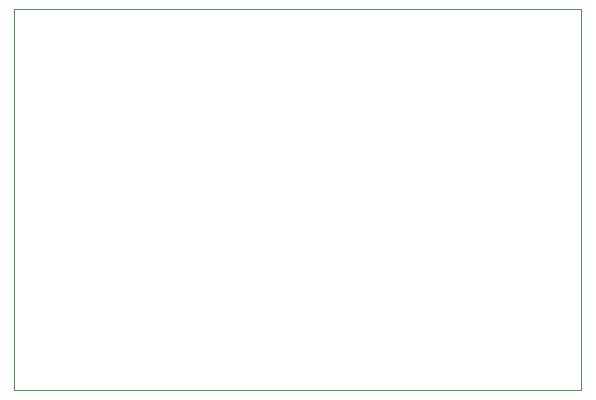
<source format=gbr>
%TF.GenerationSoftware,KiCad,Pcbnew,8.0.1*%
%TF.CreationDate,2024-09-11T08:54:00+05:45*%
%TF.ProjectId,testfootprint,74657374-666f-46f7-9470-72696e742e6b,rev?*%
%TF.SameCoordinates,Original*%
%TF.FileFunction,Profile,NP*%
%FSLAX46Y46*%
G04 Gerber Fmt 4.6, Leading zero omitted, Abs format (unit mm)*
G04 Created by KiCad (PCBNEW 8.0.1) date 2024-09-11 08:54:00*
%MOMM*%
%LPD*%
G01*
G04 APERTURE LIST*
%TA.AperFunction,Profile*%
%ADD10C,0.050000*%
%TD*%
G04 APERTURE END LIST*
D10*
X16764000Y-30734000D02*
X64770000Y-30734000D01*
X64770000Y-62992000D01*
X16764000Y-62992000D01*
X16764000Y-30734000D01*
M02*

</source>
